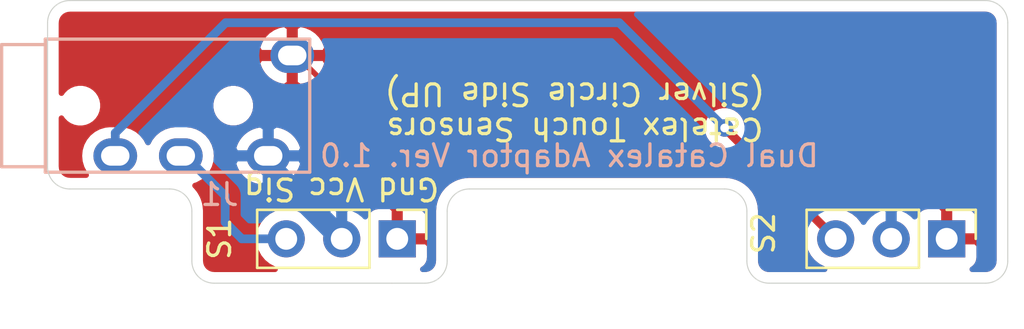
<source format=kicad_pcb>
(kicad_pcb (version 20171130) (host pcbnew 5.1.5-52549c5~84~ubuntu16.04.1)

  (general
    (thickness 1.6)
    (drawings 28)
    (tracks 16)
    (zones 0)
    (modules 3)
    (nets 5)
  )

  (page USLetter)
  (title_block
    (title "Dual Catalex Touch Sensor Interface Board")
    (date 2019-04-10)
    (rev 1.0)
    (comment 1 "Copyright 2019 Don Haig (accessible.aac at gmail dot com)")
    (comment 2 "http://creativecommons.org/licenses/by-sa/4.0/")
    (comment 3 "Creative Commons Attribution-ShareAlike 4.0 International License")
    (comment 4 "This work is licensed under a:")
  )

  (layers
    (0 F.Cu signal)
    (31 B.Cu signal)
    (32 B.Adhes user)
    (33 F.Adhes user)
    (34 B.Paste user)
    (35 F.Paste user)
    (36 B.SilkS user)
    (37 F.SilkS user)
    (38 B.Mask user)
    (39 F.Mask user)
    (40 Dwgs.User user hide)
    (41 Cmts.User user)
    (42 Eco1.User user)
    (43 Eco2.User user)
    (44 Edge.Cuts user)
    (45 Margin user)
    (46 B.CrtYd user)
    (47 F.CrtYd user)
    (48 B.Fab user)
    (49 F.Fab user)
  )

  (setup
    (last_trace_width 0.25)
    (trace_clearance 0.2)
    (zone_clearance 0.508)
    (zone_45_only no)
    (trace_min 0.2)
    (via_size 0.8)
    (via_drill 0.4)
    (via_min_size 0.4)
    (via_min_drill 0.3)
    (uvia_size 0.3)
    (uvia_drill 0.1)
    (uvias_allowed no)
    (uvia_min_size 0.2)
    (uvia_min_drill 0.1)
    (edge_width 0.05)
    (segment_width 0.2)
    (pcb_text_width 0.3)
    (pcb_text_size 1.5 1.5)
    (mod_edge_width 0.12)
    (mod_text_size 1 1)
    (mod_text_width 0.15)
    (pad_size 1.524 1.524)
    (pad_drill 0.762)
    (pad_to_mask_clearance 0.051)
    (solder_mask_min_width 0.25)
    (aux_axis_origin 0 0)
    (visible_elements FFFFFF7F)
    (pcbplotparams
      (layerselection 0x010fc_ffffffff)
      (usegerberextensions true)
      (usegerberattributes false)
      (usegerberadvancedattributes false)
      (creategerberjobfile false)
      (excludeedgelayer true)
      (linewidth 0.100000)
      (plotframeref false)
      (viasonmask false)
      (mode 1)
      (useauxorigin false)
      (hpglpennumber 1)
      (hpglpenspeed 20)
      (hpglpendiameter 15.000000)
      (psnegative false)
      (psa4output false)
      (plotreference true)
      (plotvalue true)
      (plotinvisibletext false)
      (padsonsilk false)
      (subtractmaskfromsilk false)
      (outputformat 1)
      (mirror false)
      (drillshape 0)
      (scaleselection 1)
      (outputdirectory "gerber/"))
  )

  (net 0 "")
  (net 1 GND)
  (net 2 +5V)
  (net 3 /Signal_2)
  (net 4 /Signal_1)

  (net_class Default "This is the default net class."
    (clearance 0.2)
    (trace_width 0.25)
    (via_dia 0.8)
    (via_drill 0.4)
    (uvia_dia 0.3)
    (uvia_drill 0.1)
    (add_net +5V)
    (add_net /Signal_1)
    (add_net /Signal_2)
    (add_net GND)
  )

  (module dbh_kicad_library:Catalex_Touch_Module (layer F.Cu) (tedit 5CAE8499) (tstamp 5CAED2CB)
    (at 163.068 113.284 270)
    (descr "Through hole straight pin header, 1x03, 2.54mm pitch, single row")
    (tags "Through hole pin header THT 1x03 2.54mm single row")
    (path /5CAECB41)
    (fp_text reference S2 (at -0.254 8.382 270) (layer F.SilkS)
      (effects (font (size 1 1) (thickness 0.15)))
    )
    (fp_text value catalex_touch_sensor (at 3.302 4.572 180) (layer F.Fab)
      (effects (font (size 1 1) (thickness 0.15)))
    )
    (fp_text user %R (at 0 2.54) (layer F.Fab)
      (effects (font (size 1 1) (thickness 0.15)))
    )
    (fp_line (start 1.8 -1.8) (end -1.8 -1.8) (layer F.CrtYd) (width 0.05))
    (fp_line (start 1.8 6.85) (end 1.8 -1.8) (layer F.CrtYd) (width 0.05))
    (fp_line (start -1.8 6.85) (end 1.8 6.85) (layer F.CrtYd) (width 0.05))
    (fp_line (start -1.8 -1.8) (end -1.8 6.85) (layer F.CrtYd) (width 0.05))
    (fp_line (start -1.33 -1.33) (end 0 -1.33) (layer F.SilkS) (width 0.12))
    (fp_line (start -1.33 0) (end -1.33 -1.33) (layer F.SilkS) (width 0.12))
    (fp_line (start -1.33 1.27) (end 1.33 1.27) (layer F.SilkS) (width 0.12))
    (fp_line (start 1.33 1.27) (end 1.33 6.41) (layer F.SilkS) (width 0.12))
    (fp_line (start -1.33 1.27) (end -1.33 6.41) (layer F.SilkS) (width 0.12))
    (fp_line (start -1.33 6.41) (end 1.33 6.41) (layer F.SilkS) (width 0.12))
    (fp_line (start -1.27 -0.635) (end -0.635 -1.27) (layer F.Fab) (width 0.1))
    (fp_line (start -1.27 6.35) (end -1.27 -0.635) (layer F.Fab) (width 0.1))
    (fp_line (start 1.27 6.35) (end -1.27 6.35) (layer F.Fab) (width 0.1))
    (fp_line (start 1.27 -1.27) (end 1.27 6.35) (layer F.Fab) (width 0.1))
    (fp_line (start -0.635 -1.27) (end 1.27 -1.27) (layer F.Fab) (width 0.1))
    (pad 3 thru_hole oval (at 0 5.08 270) (size 1.7 1.7) (drill 1) (layers *.Cu *.Mask)
      (net 3 /Signal_2))
    (pad 2 thru_hole oval (at 0 2.54 270) (size 1.7 1.7) (drill 1) (layers *.Cu *.Mask)
      (net 2 +5V))
    (pad 1 thru_hole rect (at 0 0 270) (size 1.7 1.7) (drill 1) (layers *.Cu *.Mask)
      (net 1 GND))
    (model /home/don/kicad/libraries/dbh_kicad_library/3D_models/catalex_module/catalex_module.wrl
      (offset (xyz 0 -2.5 2))
      (scale (xyz 1 1 1))
      (rotate (xyz 0 0 90))
    )
  )

  (module dbh_kicad_library:Catalex_Touch_Module (layer F.Cu) (tedit 5CAE8499) (tstamp 5CAED969)
    (at 137.922 113.284 270)
    (descr "Through hole straight pin header, 1x03, 2.54mm pitch, single row")
    (tags "Through hole pin header THT 1x03 2.54mm single row")
    (path /5CAF7381)
    (fp_text reference S1 (at 0 8.128 90) (layer F.SilkS)
      (effects (font (size 1 1) (thickness 0.15)))
    )
    (fp_text value catalex_touch_sensor (at 3.048 6.604 180) (layer F.Fab)
      (effects (font (size 1 1) (thickness 0.15)))
    )
    (fp_text user %R (at 0 2.54) (layer F.Fab)
      (effects (font (size 1 1) (thickness 0.15)))
    )
    (fp_line (start 1.8 -1.8) (end -1.8 -1.8) (layer F.CrtYd) (width 0.05))
    (fp_line (start 1.8 6.85) (end 1.8 -1.8) (layer F.CrtYd) (width 0.05))
    (fp_line (start -1.8 6.85) (end 1.8 6.85) (layer F.CrtYd) (width 0.05))
    (fp_line (start -1.8 -1.8) (end -1.8 6.85) (layer F.CrtYd) (width 0.05))
    (fp_line (start -1.33 -1.33) (end 0 -1.33) (layer F.SilkS) (width 0.12))
    (fp_line (start -1.33 0) (end -1.33 -1.33) (layer F.SilkS) (width 0.12))
    (fp_line (start -1.33 1.27) (end 1.33 1.27) (layer F.SilkS) (width 0.12))
    (fp_line (start 1.33 1.27) (end 1.33 6.41) (layer F.SilkS) (width 0.12))
    (fp_line (start -1.33 1.27) (end -1.33 6.41) (layer F.SilkS) (width 0.12))
    (fp_line (start -1.33 6.41) (end 1.33 6.41) (layer F.SilkS) (width 0.12))
    (fp_line (start -1.27 -0.635) (end -0.635 -1.27) (layer F.Fab) (width 0.1))
    (fp_line (start -1.27 6.35) (end -1.27 -0.635) (layer F.Fab) (width 0.1))
    (fp_line (start 1.27 6.35) (end -1.27 6.35) (layer F.Fab) (width 0.1))
    (fp_line (start 1.27 -1.27) (end 1.27 6.35) (layer F.Fab) (width 0.1))
    (fp_line (start -0.635 -1.27) (end 1.27 -1.27) (layer F.Fab) (width 0.1))
    (pad 3 thru_hole oval (at 0 5.08 270) (size 1.7 1.7) (drill 1) (layers *.Cu *.Mask)
      (net 4 /Signal_1))
    (pad 2 thru_hole oval (at 0 2.54 270) (size 1.7 1.7) (drill 1) (layers *.Cu *.Mask)
      (net 2 +5V))
    (pad 1 thru_hole rect (at 0 0 270) (size 1.7 1.7) (drill 1) (layers *.Cu *.Mask)
      (net 1 GND))
    (model /home/don/kicad/libraries/dbh_kicad_library/3D_models/catalex_module/catalex_module.wrl
      (offset (xyz 0 -2.5 2))
      (scale (xyz 1 1 1))
      (rotate (xyz 0 0 90))
    )
  )

  (module dbh_kicad_library:PJ-320A (layer B.Cu) (tedit 5C8461F3) (tstamp 5CAE529D)
    (at 124.968 109.22)
    (path /5CAF3F7B)
    (fp_text reference J1 (at 4.826 2.032) (layer B.SilkS)
      (effects (font (size 1 1) (thickness 0.15)) (justify mirror))
    )
    (fp_text value PJ320A (at 1.48 -3.97) (layer B.Fab)
      (effects (font (size 1 1) (thickness 0.15)) (justify mirror))
    )
    (fp_line (start -5.15 0.76) (end -5.15 -4.84) (layer B.SilkS) (width 0.15))
    (fp_line (start -3.15 -4.84) (end -5.15 -4.84) (layer B.SilkS) (width 0.15))
    (fp_line (start -3.15 0.76) (end -5.15 0.76) (layer B.SilkS) (width 0.15))
    (fp_line (start -3.15 -5.09) (end 8.95 -5.09) (layer B.SilkS) (width 0.15))
    (fp_line (start -3.15 1.01) (end 8.95 1.01) (layer B.SilkS) (width 0.15))
    (fp_line (start 8.95 1.01) (end 8.95 -5.09) (layer B.SilkS) (width 0.15))
    (fp_line (start -3.15 1.01) (end -3.15 -5.09) (layer B.SilkS) (width 0.15))
    (pad 5 thru_hole oval (at 8.15 -4.34 270) (size 1.6 2) (drill oval 0.9 1.3) (layers *.Cu *.Mask)
      (net 1 GND))
    (pad 4 thru_hole oval (at 7.05 0.26 270) (size 1.6 2) (drill oval 0.9 1.3) (layers *.Cu *.Mask)
      (net 2 +5V))
    (pad 2 thru_hole oval (at 0.05 0.26 270) (size 1.6 2) (drill oval 0.9 1.3) (layers *.Cu *.Mask)
      (net 3 /Signal_2))
    (pad "" np_thru_hole circle (at 5.45 -2.04 270) (size 0.8 0.8) (drill 0.8) (layers *.Cu *.Mask))
    (pad "" np_thru_hole circle (at -1.55 -2.04 270) (size 0.8 0.8) (drill 0.8) (layers *.Cu *.Mask))
    (pad 3 thru_hole oval (at 3.05 0.26 270) (size 1.6 2) (drill oval 0.9 1.3) (layers *.Cu *.Mask)
      (net 4 /Signal_1))
    (model /home/don/kicad/libraries/dbh_kicad_library/3D_models/pj320a/pj320a.wrl
      (offset (xyz -3.35 -2.1 0))
      (scale (xyz 1 1 1))
      (rotate (xyz 0 0 0))
    )
  )

  (gr_line (start 165.862 103.378) (end 165.862 114.3) (layer Edge.Cuts) (width 0.05) (tstamp 5CAED4E4))
  (gr_line (start 121.92 103.378) (end 121.92 109.982) (layer Edge.Cuts) (width 0.05) (tstamp 5CAED4DF))
  (dimension 43.942 (width 0.15) (layer Dwgs.User)
    (gr_text "43.942 mm" (at 143.891 98.776) (layer Dwgs.User)
      (effects (font (size 1 1) (thickness 0.15)))
    )
    (feature1 (pts (xy 165.862 104.648) (xy 165.862 99.489579)))
    (feature2 (pts (xy 121.92 104.648) (xy 121.92 99.489579)))
    (crossbar (pts (xy 121.92 100.076) (xy 165.862 100.076)))
    (arrow1a (pts (xy 165.862 100.076) (xy 164.735496 100.662421)))
    (arrow1b (pts (xy 165.862 100.076) (xy 164.735496 99.489579)))
    (arrow2a (pts (xy 121.92 100.076) (xy 123.046504 100.662421)))
    (arrow2b (pts (xy 121.92 100.076) (xy 123.046504 99.489579)))
  )
  (gr_line (start 154.94 115.316) (end 164.846 115.316) (layer Edge.Cuts) (width 0.05))
  (gr_line (start 153.924 112.014) (end 153.924 114.3) (layer Edge.Cuts) (width 0.05) (tstamp 5CAED39F))
  (gr_line (start 141.224 110.998) (end 152.908 110.998) (layer Edge.Cuts) (width 0.05) (tstamp 5CAED39E))
  (gr_line (start 140.208 114.3) (end 140.208 112.014) (layer Edge.Cuts) (width 0.05) (tstamp 5CAED39D))
  (gr_line (start 122.936 102.362) (end 164.846 102.362) (layer Edge.Cuts) (width 0.05))
  (gr_arc (start 164.846 114.3) (end 164.846 115.316) (angle -90) (layer Edge.Cuts) (width 0.05) (tstamp 5CAED394))
  (gr_arc (start 154.94 114.3) (end 153.924 114.3) (angle -90) (layer Edge.Cuts) (width 0.05) (tstamp 5CAED390))
  (gr_arc (start 152.908 112.014) (end 153.924 112.014) (angle -90) (layer Edge.Cuts) (width 0.05) (tstamp 5CAED38B))
  (gr_arc (start 141.224 112.014) (end 141.224 110.998) (angle -90) (layer Edge.Cuts) (width 0.05) (tstamp 5CAED37C))
  (dimension 11.684 (width 0.12) (layer Dwgs.User)
    (gr_text "11.684 mm" (at 169.164 109.474 270) (layer Dwgs.User)
      (effects (font (size 1 1) (thickness 0.15)))
    )
    (feature1 (pts (xy 164.846 115.316) (xy 168.480421 115.316)))
    (feature2 (pts (xy 164.846 103.632) (xy 168.480421 103.632)))
    (crossbar (pts (xy 167.894 103.632) (xy 167.894 115.316)))
    (arrow1a (pts (xy 167.894 115.316) (xy 167.307579 114.189496)))
    (arrow1b (pts (xy 167.894 115.316) (xy 168.480421 114.189496)))
    (arrow2a (pts (xy 167.894 103.632) (xy 167.307579 104.758504)))
    (arrow2b (pts (xy 167.894 103.632) (xy 168.480421 104.758504)))
  )
  (gr_text "Catelex Touch Sensors\n(Silver Circle Side UP)" (at 146.05 107.442 180) (layer F.SilkS)
    (effects (font (size 1 1) (thickness 0.15)))
  )
  (gr_text "Dual Catalex Adaptor Ver. 1.0" (at 145.796 109.474) (layer B.SilkS)
    (effects (font (size 1 1) (thickness 0.15)) (justify mirror))
  )
  (gr_line (start 127.508 110.998) (end 122.936 110.998) (layer Edge.Cuts) (width 0.05) (tstamp 5CAEDE23))
  (gr_line (start 129.54 115.316) (end 137.668 115.316) (layer Edge.Cuts) (width 0.05) (tstamp 5CAEDDE9))
  (gr_line (start 128.524 112.014) (end 128.524 114.3) (layer Edge.Cuts) (width 0.05) (tstamp 5CAEDDE8))
  (gr_arc (start 129.54 114.3) (end 128.524 114.3) (angle -90) (layer Edge.Cuts) (width 0.05) (tstamp 5CAEDDB8))
  (gr_arc (start 127.508 112.014) (end 128.524 112.014) (angle -90) (layer Edge.Cuts) (width 0.05) (tstamp 5CAEDDB4))
  (gr_text Sig (at 132.08 110.998 180) (layer F.SilkS)
    (effects (font (size 1 1) (thickness 0.15)))
  )
  (gr_text Vcc (at 135.128 110.998 180) (layer F.SilkS)
    (effects (font (size 1 1) (thickness 0.15)))
  )
  (gr_text Gnd (at 138.43 110.998 180) (layer F.SilkS)
    (effects (font (size 1 1) (thickness 0.15)))
  )
  (gr_line (start 137.668 115.316) (end 139.192 115.316) (layer Edge.Cuts) (width 0.05) (tstamp 5CAED9A4))
  (gr_arc (start 164.846 103.378) (end 165.862 103.378) (angle -90) (layer Edge.Cuts) (width 0.05) (tstamp 5CAE54A4))
  (gr_arc (start 139.192 114.3) (end 139.192 115.316) (angle -90) (layer Edge.Cuts) (width 0.05) (tstamp 5CAE54A1))
  (gr_arc (start 122.936 109.982) (end 121.92 109.982) (angle -90) (layer Edge.Cuts) (width 0.05) (tstamp 5CAE549A))
  (gr_arc (start 122.936 103.378) (end 122.936 102.362) (angle -90) (layer Edge.Cuts) (width 0.05))

  (segment (start 133.318 104.88) (end 133.118 104.88) (width 0.25) (layer F.Cu) (net 1) (status 30))
  (segment (start 137.922 109.484) (end 133.318 104.88) (width 0.25) (layer F.Cu) (net 1) (status 20))
  (segment (start 137.922 113.284) (end 137.922 109.484) (width 0.25) (layer F.Cu) (net 1) (status 10))
  (segment (start 132.018 109.92) (end 132.018 109.48) (width 0.25) (layer B.Cu) (net 2) (status 30))
  (segment (start 135.382 113.284) (end 132.018 109.92) (width 1) (layer B.Cu) (net 2) (status 30))
  (segment (start 125.018 108.43) (end 130.07 103.378) (width 0.4) (layer B.Cu) (net 3))
  (segment (start 125.018 109.48) (end 125.018 108.43) (width 0.4) (layer B.Cu) (net 3))
  (segment (start 148.082 103.378) (end 152.908 108.204) (width 0.4) (layer B.Cu) (net 3))
  (segment (start 130.07 103.378) (end 148.082 103.378) (width 0.4) (layer B.Cu) (net 3))
  (segment (start 152.908 108.204) (end 157.988 113.284) (width 0.4) (layer F.Cu) (net 3) (tstamp 5CAED6CE))
  (via (at 152.908 108.204) (size 0.8) (drill 0.4) (layers F.Cu B.Cu) (net 3))
  (segment (start 128.218 109.48) (end 130.048 111.31) (width 0.4) (layer B.Cu) (net 4) (status 10))
  (segment (start 128.018 109.48) (end 128.218 109.48) (width 0.25) (layer B.Cu) (net 4) (status 30))
  (segment (start 130.048 111.31) (end 130.048 112.522) (width 0.4) (layer B.Cu) (net 4))
  (segment (start 130.81 113.284) (end 132.842 113.284) (width 0.4) (layer B.Cu) (net 4) (status 20))
  (segment (start 130.048 112.522) (end 130.81 113.284) (width 0.4) (layer B.Cu) (net 4))

  (zone (net 1) (net_name GND) (layer F.Cu) (tstamp 5CAF677C) (hatch edge 0.508)
    (connect_pads (clearance 0.508))
    (min_thickness 0.254)
    (fill yes (arc_segments 32) (thermal_gap 0.508) (thermal_bridge_width 0.508))
    (polygon
      (pts
        (xy 164.846 102.616) (xy 122.682 102.616) (xy 122.174 102.87) (xy 122.174 110.236) (xy 122.682 110.744)
        (xy 128.016 110.744) (xy 128.778 111.506) (xy 128.778 114.554) (xy 129.286 115.062) (xy 139.446 115.062)
        (xy 139.954 114.554) (xy 139.954 111.506) (xy 140.97 110.744) (xy 153.162 110.744) (xy 154.178 111.506)
        (xy 154.178 114.554) (xy 154.94 115.062) (xy 165.1 115.062) (xy 165.608 114.554) (xy 165.608 103.124)
      )
    )
    (filled_polygon
      (pts
        (xy 164.919409 103.007243) (xy 164.990032 103.028565) (xy 165.055158 103.063193) (xy 165.112318 103.109812) (xy 165.15934 103.166653)
        (xy 165.194423 103.231538) (xy 165.216235 103.302002) (xy 165.227 103.404421) (xy 165.227001 114.268936) (xy 165.216757 114.373409)
        (xy 165.195435 114.444032) (xy 165.160808 114.509156) (xy 165.114187 114.566319) (xy 165.057348 114.61334) (xy 164.992465 114.648422)
        (xy 164.921999 114.670235) (xy 164.819579 114.681) (xy 164.241694 114.681) (xy 164.272494 114.664537) (xy 164.369185 114.585185)
        (xy 164.448537 114.488494) (xy 164.507502 114.37818) (xy 164.543812 114.258482) (xy 164.556072 114.134) (xy 164.553 113.56975)
        (xy 164.39425 113.411) (xy 163.195 113.411) (xy 163.195 113.431) (xy 162.941 113.431) (xy 162.941 113.411)
        (xy 162.921 113.411) (xy 162.921 113.157) (xy 162.941 113.157) (xy 162.941 111.95775) (xy 163.195 111.95775)
        (xy 163.195 113.157) (xy 164.39425 113.157) (xy 164.553 112.99825) (xy 164.556072 112.434) (xy 164.543812 112.309518)
        (xy 164.507502 112.18982) (xy 164.448537 112.079506) (xy 164.369185 111.982815) (xy 164.272494 111.903463) (xy 164.16218 111.844498)
        (xy 164.042482 111.808188) (xy 163.918 111.795928) (xy 163.35375 111.799) (xy 163.195 111.95775) (xy 162.941 111.95775)
        (xy 162.78225 111.799) (xy 162.218 111.795928) (xy 162.093518 111.808188) (xy 161.97382 111.844498) (xy 161.863506 111.903463)
        (xy 161.766815 111.982815) (xy 161.687463 112.079506) (xy 161.628498 112.18982) (xy 161.607607 112.258687) (xy 161.583134 112.228866)
        (xy 161.357014 112.043294) (xy 161.099034 111.905401) (xy 160.819111 111.820487) (xy 160.60095 111.799) (xy 160.45505 111.799)
        (xy 160.236889 111.820487) (xy 159.956966 111.905401) (xy 159.698986 112.043294) (xy 159.472866 112.228866) (xy 159.287294 112.454986)
        (xy 159.258 112.509791) (xy 159.228706 112.454986) (xy 159.043134 112.228866) (xy 158.817014 112.043294) (xy 158.559034 111.905401)
        (xy 158.279111 111.820487) (xy 158.06095 111.799) (xy 157.91505 111.799) (xy 157.704597 111.819728) (xy 153.932093 108.047225)
        (xy 153.903226 107.902102) (xy 153.825205 107.713744) (xy 153.711937 107.544226) (xy 153.567774 107.400063) (xy 153.398256 107.286795)
        (xy 153.209898 107.208774) (xy 153.009939 107.169) (xy 152.806061 107.169) (xy 152.606102 107.208774) (xy 152.417744 107.286795)
        (xy 152.248226 107.400063) (xy 152.104063 107.544226) (xy 151.990795 107.713744) (xy 151.912774 107.902102) (xy 151.873 108.102061)
        (xy 151.873 108.305939) (xy 151.912774 108.505898) (xy 151.990795 108.694256) (xy 152.104063 108.863774) (xy 152.248226 109.007937)
        (xy 152.417744 109.121205) (xy 152.606102 109.199226) (xy 152.751225 109.228093) (xy 156.523728 113.000597) (xy 156.495815 113.284)
        (xy 156.524487 113.575111) (xy 156.609401 113.855034) (xy 156.747294 114.113014) (xy 156.932866 114.339134) (xy 157.158986 114.524706)
        (xy 157.416966 114.662599) (xy 157.477626 114.681) (xy 154.971054 114.681) (xy 154.866591 114.670757) (xy 154.795968 114.649435)
        (xy 154.730844 114.614808) (xy 154.673681 114.568187) (xy 154.62666 114.511348) (xy 154.591578 114.446465) (xy 154.569765 114.375999)
        (xy 154.559 114.273579) (xy 154.559 111.982808) (xy 154.556318 111.955573) (xy 154.556361 111.949354) (xy 154.555496 111.94053)
        (xy 154.534769 111.743329) (xy 154.523198 111.68696) (xy 154.512413 111.63042) (xy 154.509852 111.621938) (xy 154.50985 111.621929)
        (xy 154.509846 111.621921) (xy 154.451215 111.432511) (xy 154.428914 111.379459) (xy 154.407352 111.32609) (xy 154.403195 111.318272)
        (xy 154.403191 111.318264) (xy 154.403186 111.318257) (xy 154.308878 111.143838) (xy 154.276707 111.096142) (xy 154.245182 111.047967)
        (xy 154.239582 111.041101) (xy 154.239578 111.041095) (xy 154.239573 111.04109) (xy 154.113184 110.888312) (xy 154.07235 110.847762)
        (xy 154.032079 110.806638) (xy 154.025253 110.800992) (xy 154.025247 110.800986) (xy 154.02524 110.800982) (xy 153.871585 110.675663)
        (xy 153.823642 110.643809) (xy 153.77616 110.611298) (xy 153.768369 110.607085) (xy 153.768361 110.60708) (xy 153.768353 110.607077)
        (xy 153.593283 110.51399) (xy 153.540096 110.492067) (xy 153.487171 110.469384) (xy 153.478701 110.466762) (xy 153.288875 110.409451)
        (xy 153.232381 110.398265) (xy 153.176126 110.386308) (xy 153.167312 110.385381) (xy 153.167305 110.38538) (xy 153.167298 110.38538)
        (xy 152.969967 110.366031) (xy 152.939192 110.363) (xy 141.192808 110.363) (xy 141.165573 110.365682) (xy 141.159354 110.365639)
        (xy 141.15053 110.366504) (xy 140.953329 110.387231) (xy 140.89696 110.398802) (xy 140.84042 110.409587) (xy 140.831938 110.412148)
        (xy 140.831929 110.41215) (xy 140.831921 110.412154) (xy 140.642511 110.470785) (xy 140.589459 110.493086) (xy 140.53609 110.514648)
        (xy 140.528272 110.518805) (xy 140.528264 110.518809) (xy 140.528257 110.518814) (xy 140.353838 110.613122) (xy 140.306142 110.645293)
        (xy 140.257967 110.676818) (xy 140.251101 110.682418) (xy 140.251095 110.682422) (xy 140.25109 110.682427) (xy 140.098312 110.808816)
        (xy 140.057762 110.84965) (xy 140.016638 110.889921) (xy 140.010992 110.896747) (xy 140.010986 110.896753) (xy 140.010982 110.89676)
        (xy 139.885663 111.050415) (xy 139.853809 111.098358) (xy 139.821298 111.14584) (xy 139.817085 111.153631) (xy 139.81708 111.153639)
        (xy 139.81708 111.15364) (xy 139.72399 111.328717) (xy 139.702067 111.381904) (xy 139.679384 111.434829) (xy 139.676762 111.443299)
        (xy 139.619451 111.633125) (xy 139.608265 111.689619) (xy 139.596308 111.745874) (xy 139.595381 111.754688) (xy 139.59538 111.754695)
        (xy 139.59538 111.754702) (xy 139.576031 111.952033) (xy 139.576031 111.952043) (xy 139.573001 111.982808) (xy 139.573 114.268945)
        (xy 139.562757 114.373409) (xy 139.541435 114.444032) (xy 139.506808 114.509156) (xy 139.460187 114.566319) (xy 139.403348 114.61334)
        (xy 139.338465 114.648422) (xy 139.267999 114.670235) (xy 139.165579 114.681) (xy 139.095694 114.681) (xy 139.126494 114.664537)
        (xy 139.223185 114.585185) (xy 139.302537 114.488494) (xy 139.361502 114.37818) (xy 139.397812 114.258482) (xy 139.410072 114.134)
        (xy 139.407 113.56975) (xy 139.24825 113.411) (xy 138.049 113.411) (xy 138.049 113.431) (xy 137.795 113.431)
        (xy 137.795 113.411) (xy 137.775 113.411) (xy 137.775 113.157) (xy 137.795 113.157) (xy 137.795 111.95775)
        (xy 138.049 111.95775) (xy 138.049 113.157) (xy 139.24825 113.157) (xy 139.407 112.99825) (xy 139.410072 112.434)
        (xy 139.397812 112.309518) (xy 139.361502 112.18982) (xy 139.302537 112.079506) (xy 139.223185 111.982815) (xy 139.126494 111.903463)
        (xy 139.01618 111.844498) (xy 138.896482 111.808188) (xy 138.772 111.795928) (xy 138.20775 111.799) (xy 138.049 111.95775)
        (xy 137.795 111.95775) (xy 137.63625 111.799) (xy 137.072 111.795928) (xy 136.947518 111.808188) (xy 136.82782 111.844498)
        (xy 136.717506 111.903463) (xy 136.620815 111.982815) (xy 136.541463 112.079506) (xy 136.482498 112.18982) (xy 136.461607 112.258687)
        (xy 136.437134 112.228866) (xy 136.211014 112.043294) (xy 135.953034 111.905401) (xy 135.673111 111.820487) (xy 135.45495 111.799)
        (xy 135.30905 111.799) (xy 135.090889 111.820487) (xy 134.810966 111.905401) (xy 134.552986 112.043294) (xy 134.326866 112.228866)
        (xy 134.141294 112.454986) (xy 134.112 112.509791) (xy 134.082706 112.454986) (xy 133.897134 112.228866) (xy 133.671014 112.043294)
        (xy 133.413034 111.905401) (xy 133.133111 111.820487) (xy 132.91495 111.799) (xy 132.76905 111.799) (xy 132.550889 111.820487)
        (xy 132.270966 111.905401) (xy 132.012986 112.043294) (xy 131.786866 112.228866) (xy 131.601294 112.454986) (xy 131.463401 112.712966)
        (xy 131.378487 112.992889) (xy 131.349815 113.284) (xy 131.378487 113.575111) (xy 131.463401 113.855034) (xy 131.601294 114.113014)
        (xy 131.786866 114.339134) (xy 132.012986 114.524706) (xy 132.270966 114.662599) (xy 132.331626 114.681) (xy 129.571054 114.681)
        (xy 129.466591 114.670757) (xy 129.395968 114.649435) (xy 129.330844 114.614808) (xy 129.273681 114.568187) (xy 129.22666 114.511348)
        (xy 129.191578 114.446465) (xy 129.169765 114.375999) (xy 129.159 114.273579) (xy 129.159 111.982808) (xy 129.156318 111.955573)
        (xy 129.156361 111.949354) (xy 129.155496 111.94053) (xy 129.134769 111.743329) (xy 129.123198 111.68696) (xy 129.112413 111.63042)
        (xy 129.109852 111.621938) (xy 129.10985 111.621929) (xy 129.109846 111.621921) (xy 129.051215 111.432511) (xy 129.028914 111.379459)
        (xy 129.007352 111.32609) (xy 129.003195 111.318272) (xy 129.003191 111.318264) (xy 129.003186 111.318257) (xy 128.908878 111.143838)
        (xy 128.876707 111.096142) (xy 128.845182 111.047967) (xy 128.839582 111.041101) (xy 128.839578 111.041095) (xy 128.839573 111.04109)
        (xy 128.713184 110.888312) (xy 128.67235 110.847762) (xy 128.667808 110.843123) (xy 128.769808 110.812182) (xy 129.019101 110.678932)
        (xy 129.237608 110.499608) (xy 129.416932 110.281101) (xy 129.550182 110.031808) (xy 129.632236 109.761309) (xy 129.659943 109.48)
        (xy 130.376057 109.48) (xy 130.403764 109.761309) (xy 130.485818 110.031808) (xy 130.619068 110.281101) (xy 130.798392 110.499608)
        (xy 131.016899 110.678932) (xy 131.266192 110.812182) (xy 131.536691 110.894236) (xy 131.747508 110.915) (xy 132.288492 110.915)
        (xy 132.499309 110.894236) (xy 132.769808 110.812182) (xy 133.019101 110.678932) (xy 133.237608 110.499608) (xy 133.416932 110.281101)
        (xy 133.550182 110.031808) (xy 133.632236 109.761309) (xy 133.659943 109.48) (xy 133.632236 109.198691) (xy 133.550182 108.928192)
        (xy 133.416932 108.678899) (xy 133.237608 108.460392) (xy 133.019101 108.281068) (xy 132.769808 108.147818) (xy 132.499309 108.065764)
        (xy 132.288492 108.045) (xy 131.747508 108.045) (xy 131.536691 108.065764) (xy 131.266192 108.147818) (xy 131.016899 108.281068)
        (xy 130.798392 108.460392) (xy 130.619068 108.678899) (xy 130.485818 108.928192) (xy 130.403764 109.198691) (xy 130.376057 109.48)
        (xy 129.659943 109.48) (xy 129.632236 109.198691) (xy 129.550182 108.928192) (xy 129.416932 108.678899) (xy 129.237608 108.460392)
        (xy 129.019101 108.281068) (xy 128.769808 108.147818) (xy 128.499309 108.065764) (xy 128.288492 108.045) (xy 127.747508 108.045)
        (xy 127.536691 108.065764) (xy 127.266192 108.147818) (xy 127.016899 108.281068) (xy 126.798392 108.460392) (xy 126.619068 108.678899)
        (xy 126.518 108.867984) (xy 126.416932 108.678899) (xy 126.237608 108.460392) (xy 126.019101 108.281068) (xy 125.769808 108.147818)
        (xy 125.499309 108.065764) (xy 125.288492 108.045) (xy 124.747508 108.045) (xy 124.536691 108.065764) (xy 124.266192 108.147818)
        (xy 124.016899 108.281068) (xy 123.798392 108.460392) (xy 123.619068 108.678899) (xy 123.485818 108.928192) (xy 123.403764 109.198691)
        (xy 123.376057 109.48) (xy 123.403764 109.761309) (xy 123.485818 110.031808) (xy 123.619068 110.281101) (xy 123.686281 110.363)
        (xy 122.967054 110.363) (xy 122.862591 110.352757) (xy 122.791968 110.331435) (xy 122.726844 110.296808) (xy 122.669681 110.250187)
        (xy 122.62266 110.193348) (xy 122.587578 110.128465) (xy 122.565765 110.057999) (xy 122.555 109.955579) (xy 122.555 107.75138)
        (xy 122.614063 107.839774) (xy 122.758226 107.983937) (xy 122.927744 108.097205) (xy 123.116102 108.175226) (xy 123.316061 108.215)
        (xy 123.519939 108.215) (xy 123.719898 108.175226) (xy 123.908256 108.097205) (xy 124.077774 107.983937) (xy 124.221937 107.839774)
        (xy 124.335205 107.670256) (xy 124.413226 107.481898) (xy 124.453 107.281939) (xy 124.453 107.078061) (xy 129.383 107.078061)
        (xy 129.383 107.281939) (xy 129.422774 107.481898) (xy 129.500795 107.670256) (xy 129.614063 107.839774) (xy 129.758226 107.983937)
        (xy 129.927744 108.097205) (xy 130.116102 108.175226) (xy 130.316061 108.215) (xy 130.519939 108.215) (xy 130.719898 108.175226)
        (xy 130.908256 108.097205) (xy 131.077774 107.983937) (xy 131.221937 107.839774) (xy 131.335205 107.670256) (xy 131.413226 107.481898)
        (xy 131.453 107.281939) (xy 131.453 107.078061) (xy 131.413226 106.878102) (xy 131.335205 106.689744) (xy 131.221937 106.520226)
        (xy 131.077774 106.376063) (xy 130.908256 106.262795) (xy 130.719898 106.184774) (xy 130.519939 106.145) (xy 130.316061 106.145)
        (xy 130.116102 106.184774) (xy 129.927744 106.262795) (xy 129.758226 106.376063) (xy 129.614063 106.520226) (xy 129.500795 106.689744)
        (xy 129.422774 106.878102) (xy 129.383 107.078061) (xy 124.453 107.078061) (xy 124.413226 106.878102) (xy 124.335205 106.689744)
        (xy 124.221937 106.520226) (xy 124.077774 106.376063) (xy 123.908256 106.262795) (xy 123.719898 106.184774) (xy 123.519939 106.145)
        (xy 123.316061 106.145) (xy 123.116102 106.184774) (xy 122.927744 106.262795) (xy 122.758226 106.376063) (xy 122.614063 106.520226)
        (xy 122.555 106.60862) (xy 122.555 105.229039) (xy 131.526096 105.229039) (xy 131.536556 105.28673) (xy 131.642449 105.548421)
        (xy 131.797361 105.784425) (xy 131.995338 105.985673) (xy 132.228773 106.14443) (xy 132.488694 106.254596) (xy 132.765113 106.311937)
        (xy 132.991 106.159474) (xy 132.991 105.007) (xy 133.245 105.007) (xy 133.245 106.159474) (xy 133.470887 106.311937)
        (xy 133.747306 106.254596) (xy 134.007227 106.14443) (xy 134.240662 105.985673) (xy 134.438639 105.784425) (xy 134.593551 105.548421)
        (xy 134.699444 105.28673) (xy 134.709904 105.229039) (xy 134.587915 105.007) (xy 133.245 105.007) (xy 132.991 105.007)
        (xy 131.648085 105.007) (xy 131.526096 105.229039) (xy 122.555 105.229039) (xy 122.555 104.530961) (xy 131.526096 104.530961)
        (xy 131.648085 104.753) (xy 132.991 104.753) (xy 132.991 103.600526) (xy 133.245 103.600526) (xy 133.245 104.753)
        (xy 134.587915 104.753) (xy 134.709904 104.530961) (xy 134.699444 104.47327) (xy 134.593551 104.211579) (xy 134.438639 103.975575)
        (xy 134.240662 103.774327) (xy 134.007227 103.61557) (xy 133.747306 103.505404) (xy 133.470887 103.448063) (xy 133.245 103.600526)
        (xy 132.991 103.600526) (xy 132.765113 103.448063) (xy 132.488694 103.505404) (xy 132.228773 103.61557) (xy 131.995338 103.774327)
        (xy 131.797361 103.975575) (xy 131.642449 104.211579) (xy 131.536556 104.47327) (xy 131.526096 104.530961) (xy 122.555 104.530961)
        (xy 122.555 103.409055) (xy 122.565243 103.304591) (xy 122.586565 103.233968) (xy 122.621193 103.168842) (xy 122.667812 103.111682)
        (xy 122.724653 103.06466) (xy 122.789538 103.029577) (xy 122.860002 103.007765) (xy 122.962421 102.997) (xy 164.814945 102.997)
      )
    )
  )
  (zone (net 2) (net_name +5V) (layer B.Cu) (tstamp 5CAF6779) (hatch edge 0.508)
    (connect_pads (clearance 0.508))
    (min_thickness 0.254)
    (fill yes (arc_segments 32) (thermal_gap 0.508) (thermal_bridge_width 0.508))
    (polygon
      (pts
        (xy 164.846 102.616) (xy 122.682 102.616) (xy 122.174 102.87) (xy 122.174 110.236) (xy 122.682 110.744)
        (xy 128.016 110.744) (xy 128.778 111.506) (xy 128.778 114.554) (xy 129.286 115.062) (xy 139.446 115.062)
        (xy 139.954 114.554) (xy 139.954 111.506) (xy 140.97 110.744) (xy 153.162 110.744) (xy 154.178 111.506)
        (xy 154.178 114.554) (xy 154.94 115.062) (xy 165.1 115.062) (xy 165.608 114.554) (xy 165.608 103.124)
      )
    )
    (filled_polygon
      (pts
        (xy 164.919409 103.007243) (xy 164.990032 103.028565) (xy 165.055158 103.063193) (xy 165.112318 103.109812) (xy 165.15934 103.166653)
        (xy 165.194423 103.231538) (xy 165.216235 103.302002) (xy 165.227 103.404421) (xy 165.227001 114.268936) (xy 165.216757 114.373409)
        (xy 165.195435 114.444032) (xy 165.160808 114.509156) (xy 165.114187 114.566319) (xy 165.057348 114.61334) (xy 164.992465 114.648422)
        (xy 164.921999 114.670235) (xy 164.819579 114.681) (xy 164.241694 114.681) (xy 164.272494 114.664537) (xy 164.369185 114.585185)
        (xy 164.448537 114.488494) (xy 164.507502 114.37818) (xy 164.543812 114.258482) (xy 164.556072 114.134) (xy 164.556072 112.434)
        (xy 164.543812 112.309518) (xy 164.507502 112.18982) (xy 164.448537 112.079506) (xy 164.369185 111.982815) (xy 164.272494 111.903463)
        (xy 164.16218 111.844498) (xy 164.042482 111.808188) (xy 163.918 111.795928) (xy 162.218 111.795928) (xy 162.093518 111.808188)
        (xy 161.97382 111.844498) (xy 161.863506 111.903463) (xy 161.766815 111.982815) (xy 161.687463 112.079506) (xy 161.628498 112.18982)
        (xy 161.604034 112.270466) (xy 161.528269 112.186412) (xy 161.29492 112.012359) (xy 161.032099 111.887175) (xy 160.88489 111.842524)
        (xy 160.655 111.963845) (xy 160.655 113.157) (xy 160.675 113.157) (xy 160.675 113.411) (xy 160.655 113.411)
        (xy 160.655 113.431) (xy 160.401 113.431) (xy 160.401 113.411) (xy 160.381 113.411) (xy 160.381 113.157)
        (xy 160.401 113.157) (xy 160.401 111.963845) (xy 160.17111 111.842524) (xy 160.023901 111.887175) (xy 159.76108 112.012359)
        (xy 159.527731 112.186412) (xy 159.332822 112.402645) (xy 159.263201 112.519523) (xy 159.228706 112.454986) (xy 159.043134 112.228866)
        (xy 158.817014 112.043294) (xy 158.559034 111.905401) (xy 158.279111 111.820487) (xy 158.06095 111.799) (xy 157.91505 111.799)
        (xy 157.696889 111.820487) (xy 157.416966 111.905401) (xy 157.158986 112.043294) (xy 156.932866 112.228866) (xy 156.747294 112.454986)
        (xy 156.609401 112.712966) (xy 156.524487 112.992889) (xy 156.495815 113.284) (xy 156.524487 113.575111) (xy 156.609401 113.855034)
        (xy 156.747294 114.113014) (xy 156.932866 114.339134) (xy 157.158986 114.524706) (xy 157.416966 114.662599) (xy 157.477626 114.681)
        (xy 154.971054 114.681) (xy 154.866591 114.670757) (xy 154.795968 114.649435) (xy 154.730844 114.614808) (xy 154.673681 114.568187)
        (xy 154.62666 114.511348) (xy 154.591578 114.446465) (xy 154.569765 114.375999) (xy 154.559 114.273579) (xy 154.559 111.982808)
        (xy 154.556318 111.955573) (xy 154.556361 111.949354) (xy 154.555496 111.94053) (xy 154.534769 111.743329) (xy 154.523198 111.68696)
        (xy 154.512413 111.63042) (xy 154.509852 111.621938) (xy 154.50985 111.621929) (xy 154.509846 111.621921) (xy 154.451215 111.432511)
        (xy 154.428914 111.379459) (xy 154.407352 111.32609) (xy 154.403195 111.318272) (xy 154.403191 111.318264) (xy 154.403186 111.318257)
        (xy 154.308878 111.143838) (xy 154.276707 111.096142) (xy 154.245182 111.047967) (xy 154.239582 111.041101) (xy 154.239578 111.041095)
        (xy 154.239573 111.04109) (xy 154.113184 110.888312) (xy 154.07235 110.847762) (xy 154.032079 110.806638) (xy 154.025253 110.800992)
        (xy 154.025247 110.800986) (xy 154.02524 110.800982) (xy 153.871585 110.675663) (xy 153.823642 110.643809) (xy 153.77616 110.611298)
        (xy 153.768369 110.607085) (xy 153.768361 110.60708) (xy 153.768353 110.607077) (xy 153.593283 110.51399) (xy 153.540096 110.492067)
        (xy 153.487171 110.469384) (xy 153.478701 110.466762) (xy 153.288875 110.409451) (xy 153.232381 110.398265) (xy 153.176126 110.386308)
        (xy 153.167312 110.385381) (xy 153.167305 110.38538) (xy 153.167298 110.38538) (xy 152.969967 110.366031) (xy 152.939192 110.363)
        (xy 141.192808 110.363) (xy 141.165573 110.365682) (xy 141.159354 110.365639) (xy 141.15053 110.366504) (xy 140.953329 110.387231)
        (xy 140.89696 110.398802) (xy 140.84042 110.409587) (xy 140.831938 110.412148) (xy 140.831929 110.41215) (xy 140.831921 110.412154)
        (xy 140.642511 110.470785) (xy 140.589459 110.493086) (xy 140.53609 110.514648) (xy 140.528272 110.518805) (xy 140.528264 110.518809)
        (xy 140.528257 110.518814) (xy 140.353838 110.613122) (xy 140.306142 110.645293) (xy 140.257967 110.676818) (xy 140.251101 110.682418)
        (xy 140.251095 110.682422) (xy 140.25109 110.682427) (xy 140.098312 110.808816) (xy 140.057762 110.84965) (xy 140.016638 110.889921)
        (xy 140.010992 110.896747) (xy 140.010986 110.896753) (xy 140.010982 110.89676) (xy 139.885663 111.050415) (xy 139.853809 111.098358)
        (xy 139.821298 111.14584) (xy 139.817085 111.153631) (xy 139.81708 111.153639) (xy 139.81708 111.15364) (xy 139.72399 111.328717)
        (xy 139.702067 111.381904) (xy 139.679384 111.434829) (xy 139.676762 111.443299) (xy 139.619451 111.633125) (xy 139.608265 111.689619)
        (xy 139.596308 111.745874) (xy 139.595381 111.754688) (xy 139.59538 111.754695) (xy 139.59538 111.754702) (xy 139.576031 111.952033)
        (xy 139.576031 111.952043) (xy 139.573001 111.982808) (xy 139.573 114.268945) (xy 139.562757 114.373409) (xy 139.541435 114.444032)
        (xy 139.506808 114.509156) (xy 139.460187 114.566319) (xy 139.403348 114.61334) (xy 139.338465 114.648422) (xy 139.267999 114.670235)
        (xy 139.165579 114.681) (xy 139.095694 114.681) (xy 139.126494 114.664537) (xy 139.223185 114.585185) (xy 139.302537 114.488494)
        (xy 139.361502 114.37818) (xy 139.397812 114.258482) (xy 139.410072 114.134) (xy 139.410072 112.434) (xy 139.397812 112.309518)
        (xy 139.361502 112.18982) (xy 139.302537 112.079506) (xy 139.223185 111.982815) (xy 139.126494 111.903463) (xy 139.01618 111.844498)
        (xy 138.896482 111.808188) (xy 138.772 111.795928) (xy 137.072 111.795928) (xy 136.947518 111.808188) (xy 136.82782 111.844498)
        (xy 136.717506 111.903463) (xy 136.620815 111.982815) (xy 136.541463 112.079506) (xy 136.482498 112.18982) (xy 136.458034 112.270466)
        (xy 136.382269 112.186412) (xy 136.14892 112.012359) (xy 135.886099 111.887175) (xy 135.73889 111.842524) (xy 135.509 111.963845)
        (xy 135.509 113.157) (xy 135.529 113.157) (xy 135.529 113.411) (xy 135.509 113.411) (xy 135.509 113.431)
        (xy 135.255 113.431) (xy 135.255 113.411) (xy 135.235 113.411) (xy 135.235 113.157) (xy 135.255 113.157)
        (xy 135.255 111.963845) (xy 135.02511 111.842524) (xy 134.877901 111.887175) (xy 134.61508 112.012359) (xy 134.381731 112.186412)
        (xy 134.186822 112.402645) (xy 134.117201 112.519523) (xy 134.082706 112.454986) (xy 133.897134 112.228866) (xy 133.671014 112.043294)
        (xy 133.413034 111.905401) (xy 133.133111 111.820487) (xy 132.91495 111.799) (xy 132.76905 111.799) (xy 132.550889 111.820487)
        (xy 132.270966 111.905401) (xy 132.012986 112.043294) (xy 131.786866 112.228866) (xy 131.606207 112.449) (xy 131.155868 112.449)
        (xy 130.883 112.176132) (xy 130.883 111.351018) (xy 130.88704 111.31) (xy 130.88247 111.263595) (xy 130.870918 111.146311)
        (xy 130.823172 110.988913) (xy 130.745636 110.843854) (xy 130.719644 110.812182) (xy 130.667439 110.74857) (xy 130.667437 110.748568)
        (xy 130.641291 110.716709) (xy 130.609433 110.690564) (xy 129.747907 109.829039) (xy 130.426096 109.829039) (xy 130.436556 109.88673)
        (xy 130.542449 110.148421) (xy 130.697361 110.384425) (xy 130.895338 110.585673) (xy 131.128773 110.74443) (xy 131.388694 110.854596)
        (xy 131.665113 110.911937) (xy 131.891 110.759474) (xy 131.891 109.607) (xy 132.145 109.607) (xy 132.145 110.759474)
        (xy 132.370887 110.911937) (xy 132.647306 110.854596) (xy 132.907227 110.74443) (xy 133.140662 110.585673) (xy 133.338639 110.384425)
        (xy 133.493551 110.148421) (xy 133.599444 109.88673) (xy 133.609904 109.829039) (xy 133.487915 109.607) (xy 132.145 109.607)
        (xy 131.891 109.607) (xy 130.548085 109.607) (xy 130.426096 109.829039) (xy 129.747907 109.829039) (xy 129.636534 109.717667)
        (xy 129.659943 109.48) (xy 129.632236 109.198691) (xy 129.611691 109.130961) (xy 130.426096 109.130961) (xy 130.548085 109.353)
        (xy 131.891 109.353) (xy 131.891 108.200526) (xy 132.145 108.200526) (xy 132.145 109.353) (xy 133.487915 109.353)
        (xy 133.609904 109.130961) (xy 133.599444 109.07327) (xy 133.493551 108.811579) (xy 133.338639 108.575575) (xy 133.140662 108.374327)
        (xy 132.907227 108.21557) (xy 132.647306 108.105404) (xy 132.370887 108.048063) (xy 132.145 108.200526) (xy 131.891 108.200526)
        (xy 131.665113 108.048063) (xy 131.388694 108.105404) (xy 131.128773 108.21557) (xy 130.895338 108.374327) (xy 130.697361 108.575575)
        (xy 130.542449 108.811579) (xy 130.436556 109.07327) (xy 130.426096 109.130961) (xy 129.611691 109.130961) (xy 129.550182 108.928192)
        (xy 129.416932 108.678899) (xy 129.237608 108.460392) (xy 129.019101 108.281068) (xy 128.769808 108.147818) (xy 128.499309 108.065764)
        (xy 128.288492 108.045) (xy 127.747508 108.045) (xy 127.536691 108.065764) (xy 127.266192 108.147818) (xy 127.016899 108.281068)
        (xy 126.798392 108.460392) (xy 126.619068 108.678899) (xy 126.518 108.867984) (xy 126.416932 108.678899) (xy 126.237608 108.460392)
        (xy 126.199637 108.42923) (xy 127.550806 107.078061) (xy 129.383 107.078061) (xy 129.383 107.281939) (xy 129.422774 107.481898)
        (xy 129.500795 107.670256) (xy 129.614063 107.839774) (xy 129.758226 107.983937) (xy 129.927744 108.097205) (xy 130.116102 108.175226)
        (xy 130.316061 108.215) (xy 130.519939 108.215) (xy 130.719898 108.175226) (xy 130.908256 108.097205) (xy 131.077774 107.983937)
        (xy 131.221937 107.839774) (xy 131.335205 107.670256) (xy 131.413226 107.481898) (xy 131.453 107.281939) (xy 131.453 107.078061)
        (xy 131.413226 106.878102) (xy 131.335205 106.689744) (xy 131.221937 106.520226) (xy 131.077774 106.376063) (xy 130.908256 106.262795)
        (xy 130.719898 106.184774) (xy 130.519939 106.145) (xy 130.316061 106.145) (xy 130.116102 106.184774) (xy 129.927744 106.262795)
        (xy 129.758226 106.376063) (xy 129.614063 106.520226) (xy 129.500795 106.689744) (xy 129.422774 106.878102) (xy 129.383 107.078061)
        (xy 127.550806 107.078061) (xy 130.415869 104.213) (xy 131.647389 104.213) (xy 131.585818 104.328192) (xy 131.503764 104.598691)
        (xy 131.476057 104.88) (xy 131.503764 105.161309) (xy 131.585818 105.431808) (xy 131.719068 105.681101) (xy 131.898392 105.899608)
        (xy 132.116899 106.078932) (xy 132.366192 106.212182) (xy 132.636691 106.294236) (xy 132.847508 106.315) (xy 133.388492 106.315)
        (xy 133.599309 106.294236) (xy 133.869808 106.212182) (xy 134.119101 106.078932) (xy 134.337608 105.899608) (xy 134.516932 105.681101)
        (xy 134.650182 105.431808) (xy 134.732236 105.161309) (xy 134.759943 104.88) (xy 134.732236 104.598691) (xy 134.650182 104.328192)
        (xy 134.588611 104.213) (xy 147.736133 104.213) (xy 151.883908 108.360777) (xy 151.912774 108.505898) (xy 151.990795 108.694256)
        (xy 152.104063 108.863774) (xy 152.248226 109.007937) (xy 152.417744 109.121205) (xy 152.606102 109.199226) (xy 152.806061 109.239)
        (xy 153.009939 109.239) (xy 153.209898 109.199226) (xy 153.398256 109.121205) (xy 153.567774 109.007937) (xy 153.711937 108.863774)
        (xy 153.825205 108.694256) (xy 153.903226 108.505898) (xy 153.943 108.305939) (xy 153.943 108.102061) (xy 153.903226 107.902102)
        (xy 153.825205 107.713744) (xy 153.711937 107.544226) (xy 153.567774 107.400063) (xy 153.398256 107.286795) (xy 153.209898 107.208774)
        (xy 153.064777 107.179908) (xy 148.881867 102.997) (xy 164.814945 102.997)
      )
    )
  )
)

</source>
